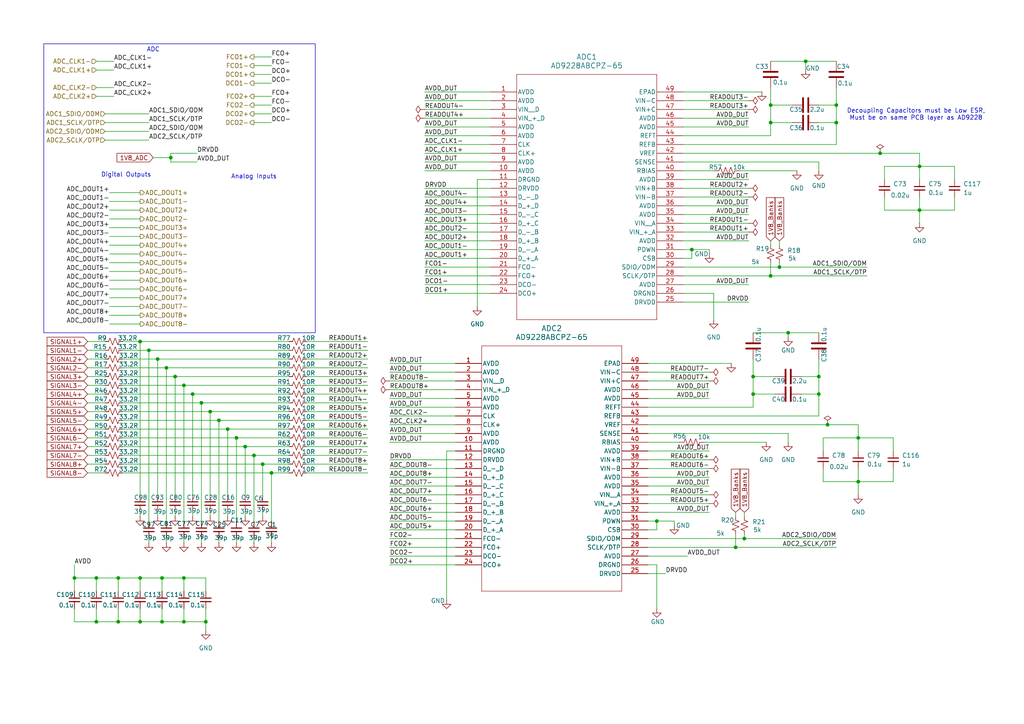
<source format=kicad_sch>
(kicad_sch (version 20231120) (generator "eeschema") (generator_version "8.0")
  (paper "A4")
  (junction (at 78.74 137.16))
  (junction (at 53.34 167.64))
  (junction (at 200.66 72.39))
  (junction (at 228.6 96.52))
  (junction (at 46.99 167.64))
  (junction (at 50.8 109.22))
  (junction (at 58.42 116.84))
  (junction (at 68.58 127))
  (junction (at 248.92 139.7))
  (junction (at 40.64 180.34))
  (junction (at 218.44 109.22))
  (junction (at 248.92 127))
  (junction (at 45.72 104.14))
  (junction (at 43.18 101.6))
  (junction (at 46.99 180.34))
  (junction (at 49.53 45.72))
  (junction (at 27.94 167.64))
  (junction (at 237.49 109.22))
  (junction (at 60.96 119.38))
  (junction (at 73.66 132.08))
  (junction (at 237.49 114.3))
  (junction (at 242.57 30.48))
  (junction (at 223.52 80.01))
  (junction (at 48.26 106.68))
  (junction (at 21.59 167.64))
  (junction (at 223.52 35.56))
  (junction (at 240.03 123.19))
  (junction (at 266.7 60.96))
  (junction (at 76.2 134.62))
  (junction (at 27.94 180.34))
  (junction (at 63.5 121.92))
  (junction (at 55.88 114.3))
  (junction (at 213.36 158.75))
  (junction (at 53.34 111.76))
  (junction (at 34.29 180.34))
  (junction (at 223.52 30.48))
  (junction (at 40.64 99.06))
  (junction (at 59.69 180.34))
  (junction (at 218.44 114.3))
  (junction (at 34.29 167.64))
  (junction (at 66.04 124.46))
  (junction (at 53.34 180.34))
  (junction (at 40.64 167.64))
  (junction (at 190.5 151.13))
  (junction (at 226.06 77.47))
  (junction (at 242.57 35.56))
  (junction (at 71.12 129.54))
  (junction (at 255.27 44.45))
  (junction (at 266.7 48.26))
  (junction (at 233.68 17.78))
  (junction (at 215.9 156.21))
  (wire (pts (xy 53.34 180.34) (xy 59.69 180.34)))
  (wire (pts (xy 31.75 68.58) (xy 40.64 68.58)))
  (wire (pts (xy 31.75 93.98) (xy 40.64 93.98)))
  (wire (pts (xy 40.64 148.59) (xy 40.64 149.86)))
  (wire (pts (xy 232.41 114.3) (xy 237.49 114.3)))
  (wire (pts (xy 256.54 48.26) (xy 266.7 48.26)))
  (wire (pts (xy 207.01 85.09) (xy 207.01 92.71)))
  (wire (pts (xy 35.56 106.68) (xy 48.26 106.68)))
  (wire (pts (xy 123.19 69.85) (xy 142.24 69.85)))
  (wire (pts (xy 123.19 39.37) (xy 142.24 39.37)))
  (wire (pts (xy 55.88 114.3) (xy 55.88 143.51)))
  (wire (pts (xy 50.8 109.22) (xy 83.82 109.22)))
  (wire (pts (xy 198.12 31.75) (xy 217.17 31.75)))
  (wire (pts (xy 259.08 127) (xy 259.08 130.81)))
  (wire (pts (xy 21.59 176.53) (xy 21.59 180.34)))
  (wire (pts (xy 35.56 129.54) (xy 71.12 129.54)))
  (wire (pts (xy 30.48 33.02) (xy 43.18 33.02)))
  (wire (pts (xy 223.52 80.01) (xy 251.46 80.01)))
  (wire (pts (xy 123.19 85.09) (xy 142.24 85.09)))
  (wire (pts (xy 88.9 106.68) (xy 106.68 106.68)))
  (wire (pts (xy 198.12 85.09) (xy 207.01 85.09)))
  (wire (pts (xy 31.75 71.12) (xy 40.64 71.12)))
  (wire (pts (xy 237.49 35.56) (xy 242.57 35.56)))
  (wire (pts (xy 60.96 119.38) (xy 83.82 119.38)))
  (wire (pts (xy 35.56 101.6) (xy 43.18 101.6)))
  (wire (pts (xy 25.4 109.22) (xy 30.48 109.22)))
  (wire (pts (xy 88.9 111.76) (xy 106.68 111.76)))
  (wire (pts (xy 237.49 104.14) (xy 237.49 109.22)))
  (wire (pts (xy 218.44 114.3) (xy 218.44 118.11)))
  (wire (pts (xy 123.19 26.67) (xy 142.24 26.67)))
  (wire (pts (xy 123.19 54.61) (xy 142.24 54.61)))
  (wire (pts (xy 21.59 167.64) (xy 21.59 171.45)))
  (wire (pts (xy 123.19 46.99) (xy 142.24 46.99)))
  (wire (pts (xy 223.52 69.85) (xy 223.52 71.12)))
  (wire (pts (xy 123.19 57.15) (xy 142.24 57.15)))
  (wire (pts (xy 35.56 134.62) (xy 76.2 134.62)))
  (wire (pts (xy 35.56 119.38) (xy 60.96 119.38)))
  (wire (pts (xy 187.96 107.95) (xy 205.74 107.95)))
  (wire (pts (xy 113.03 148.59) (xy 132.08 148.59)))
  (wire (pts (xy 187.96 161.29) (xy 199.39 161.29)))
  (wire (pts (xy 113.03 143.51) (xy 132.08 143.51)))
  (wire (pts (xy 88.9 132.08) (xy 106.68 132.08)))
  (wire (pts (xy 31.75 78.74) (xy 40.64 78.74)))
  (wire (pts (xy 30.48 35.56) (xy 43.18 35.56)))
  (wire (pts (xy 215.9 154.94) (xy 215.9 156.21)))
  (wire (pts (xy 30.48 101.6) (xy 25.4 101.6)))
  (wire (pts (xy 198.12 46.99) (xy 237.49 46.99)))
  (wire (pts (xy 59.69 180.34) (xy 59.69 176.53)))
  (wire (pts (xy 40.64 176.53) (xy 40.64 180.34)))
  (wire (pts (xy 113.03 128.27) (xy 132.08 128.27)))
  (wire (pts (xy 45.72 104.14) (xy 83.82 104.14)))
  (wire (pts (xy 49.53 46.99) (xy 57.15 46.99)))
  (wire (pts (xy 53.34 111.76) (xy 83.82 111.76)))
  (wire (pts (xy 123.19 36.83) (xy 142.24 36.83)))
  (wire (pts (xy 49.53 45.72) (xy 49.53 46.99)))
  (wire (pts (xy 113.03 146.05) (xy 132.08 146.05)))
  (wire (pts (xy 27.94 17.78) (xy 33.02 17.78)))
  (wire (pts (xy 123.19 62.23) (xy 142.24 62.23)))
  (wire (pts (xy 187.96 123.19) (xy 240.03 123.19)))
  (wire (pts (xy 232.41 109.22) (xy 237.49 109.22)))
  (wire (pts (xy 198.12 41.91) (xy 242.57 41.91)))
  (wire (pts (xy 217.17 87.63) (xy 198.12 87.63)))
  (wire (pts (xy 187.96 143.51) (xy 205.74 143.51)))
  (wire (pts (xy 35.56 116.84) (xy 58.42 116.84)))
  (wire (pts (xy 200.66 74.93) (xy 200.66 72.39)))
  (wire (pts (xy 190.5 153.67) (xy 190.5 151.13)))
  (wire (pts (xy 187.96 130.81) (xy 205.74 130.81)))
  (wire (pts (xy 198.12 62.23) (xy 217.17 62.23)))
  (wire (pts (xy 31.75 66.04) (xy 40.64 66.04)))
  (wire (pts (xy 218.44 109.22) (xy 224.79 109.22)))
  (wire (pts (xy 50.8 148.59) (xy 50.8 149.86)))
  (wire (pts (xy 237.49 46.99) (xy 237.49 49.53)))
  (wire (pts (xy 35.56 132.08) (xy 73.66 132.08)))
  (wire (pts (xy 238.76 139.7) (xy 248.92 139.7)))
  (wire (pts (xy 88.9 127) (xy 106.68 127)))
  (wire (pts (xy 187.96 128.27) (xy 196.85 128.27)))
  (wire (pts (xy 88.9 137.16) (xy 106.68 137.16)))
  (wire (pts (xy 55.88 114.3) (xy 83.82 114.3)))
  (wire (pts (xy 31.75 73.66) (xy 40.64 73.66)))
  (wire (pts (xy 27.94 176.53) (xy 27.94 180.34)))
  (wire (pts (xy 187.96 120.65) (xy 237.49 120.65)))
  (wire (pts (xy 187.96 138.43) (xy 205.74 138.43)))
  (wire (pts (xy 218.44 96.52) (xy 228.6 96.52)))
  (wire (pts (xy 76.2 134.62) (xy 83.82 134.62)))
  (wire (pts (xy 113.03 153.67) (xy 132.08 153.67)))
  (wire (pts (xy 73.66 21.59) (xy 78.74 21.59)))
  (wire (pts (xy 123.19 31.75) (xy 142.24 31.75)))
  (wire (pts (xy 73.66 27.94) (xy 78.74 27.94)))
  (wire (pts (xy 198.12 36.83) (xy 217.17 36.83)))
  (wire (pts (xy 228.6 96.52) (xy 237.49 96.52)))
  (wire (pts (xy 59.69 171.45) (xy 59.69 167.64)))
  (wire (pts (xy 27.94 180.34) (xy 34.29 180.34)))
  (wire (pts (xy 45.72 148.59) (xy 45.72 149.86)))
  (wire (pts (xy 34.29 180.34) (xy 40.64 180.34)))
  (wire (pts (xy 123.19 41.91) (xy 142.24 41.91)))
  (wire (pts (xy 113.03 123.19) (xy 132.08 123.19)))
  (wire (pts (xy 187.96 151.13) (xy 190.5 151.13)))
  (wire (pts (xy 40.64 167.64) (xy 46.99 167.64)))
  (wire (pts (xy 53.34 176.53) (xy 53.34 180.34)))
  (wire (pts (xy 266.7 60.96) (xy 266.7 57.15)))
  (wire (pts (xy 31.75 83.82) (xy 40.64 83.82)))
  (wire (pts (xy 248.92 127) (xy 259.08 127)))
  (wire (pts (xy 73.66 35.56) (xy 78.74 35.56)))
  (wire (pts (xy 31.75 60.96) (xy 40.64 60.96)))
  (wire (pts (xy 218.44 109.22) (xy 218.44 114.3)))
  (wire (pts (xy 88.9 99.06) (xy 106.68 99.06)))
  (wire (pts (xy 35.56 124.46) (xy 66.04 124.46)))
  (wire (pts (xy 256.54 60.96) (xy 266.7 60.96)))
  (wire (pts (xy 31.75 63.5) (xy 40.64 63.5)))
  (wire (pts (xy 34.29 176.53) (xy 34.29 180.34)))
  (wire (pts (xy 73.66 156.21) (xy 73.66 157.48)))
  (wire (pts (xy 187.96 158.75) (xy 213.36 158.75)))
  (wire (pts (xy 123.19 64.77) (xy 142.24 64.77)))
  (wire (pts (xy 30.48 129.54) (xy 25.4 129.54)))
  (wire (pts (xy 215.9 156.21) (xy 242.57 156.21)))
  (wire (pts (xy 113.03 158.75) (xy 132.08 158.75)))
  (wire (pts (xy 25.4 137.16) (xy 30.48 137.16)))
  (wire (pts (xy 113.03 105.41) (xy 132.08 105.41)))
  (wire (pts (xy 187.96 153.67) (xy 190.5 153.67)))
  (wire (pts (xy 198.12 77.47) (xy 226.06 77.47)))
  (wire (pts (xy 31.75 55.88) (xy 40.64 55.88)))
  (wire (pts (xy 195.58 151.13) (xy 195.58 152.4)))
  (wire (pts (xy 213.36 158.75) (xy 242.57 158.75)))
  (wire (pts (xy 123.19 80.01) (xy 142.24 80.01)))
  (wire (pts (xy 113.03 110.49) (xy 132.08 110.49)))
  (wire (pts (xy 63.5 121.92) (xy 63.5 151.13)))
  (wire (pts (xy 190.5 151.13) (xy 195.58 151.13)))
  (wire (pts (xy 266.7 48.26) (xy 276.86 48.26)))
  (wire (pts (xy 68.58 127) (xy 68.58 151.13)))
  (wire (pts (xy 40.64 99.06) (xy 83.82 99.06)))
  (wire (pts (xy 123.19 49.53) (xy 142.24 49.53)))
  (wire (pts (xy 53.34 167.64) (xy 59.69 167.64)))
  (wire (pts (xy 198.12 39.37) (xy 223.52 39.37)))
  (wire (pts (xy 129.54 130.81) (xy 129.54 173.99)))
  (wire (pts (xy 88.9 101.6) (xy 106.68 101.6)))
  (wire (pts (xy 238.76 135.89) (xy 238.76 139.7)))
  (wire (pts (xy 76.2 134.62) (xy 76.2 143.51)))
  (wire (pts (xy 46.99 167.64) (xy 46.99 171.45)))
  (wire (pts (xy 45.72 104.14) (xy 45.72 143.51)))
  (wire (pts (xy 255.27 44.45) (xy 266.7 44.45)))
  (wire (pts (xy 218.44 114.3) (xy 224.79 114.3)))
  (wire (pts (xy 25.4 104.14) (xy 30.48 104.14)))
  (wire (pts (xy 113.03 135.89) (xy 132.08 135.89)))
  (wire (pts (xy 73.66 16.51) (xy 78.74 16.51)))
  (wire (pts (xy 21.59 167.64) (xy 27.94 167.64)))
  (wire (pts (xy 76.2 148.59) (xy 76.2 149.86)))
  (wire (pts (xy 35.56 109.22) (xy 50.8 109.22)))
  (wire (pts (xy 34.29 167.64) (xy 34.29 171.45)))
  (wire (pts (xy 58.42 156.21) (xy 58.42 157.48)))
  (wire (pts (xy 123.19 74.93) (xy 142.24 74.93)))
  (wire (pts (xy 43.18 156.21) (xy 43.18 157.48)))
  (wire (pts (xy 31.75 88.9) (xy 40.64 88.9)))
  (wire (pts (xy 43.18 101.6) (xy 83.82 101.6)))
  (wire (pts (xy 242.57 30.48) (xy 242.57 35.56)))
  (wire (pts (xy 46.99 180.34) (xy 53.34 180.34)))
  (wire (pts (xy 198.12 82.55) (xy 217.17 82.55)))
  (wire (pts (xy 198.12 59.69) (xy 217.17 59.69)))
  (wire (pts (xy 25.4 106.68) (xy 30.48 106.68)))
  (wire (pts (xy 25.4 127) (xy 30.48 127)))
  (wire (pts (xy 223.52 35.56) (xy 223.52 39.37)))
  (wire (pts (xy 53.34 156.21) (xy 53.34 157.48)))
  (wire (pts (xy 35.56 104.14) (xy 45.72 104.14)))
  (wire (pts (xy 113.03 133.35) (xy 132.08 133.35)))
  (wire (pts (xy 63.5 156.21) (xy 63.5 157.48)))
  (wire (pts (xy 88.9 104.14) (xy 106.68 104.14)))
  (wire (pts (xy 88.9 121.92) (xy 106.68 121.92)))
  (wire (pts (xy 223.52 35.56) (xy 229.87 35.56)))
  (wire (pts (xy 187.96 105.41) (xy 212.09 105.41)))
  (wire (pts (xy 58.42 116.84) (xy 58.42 151.13)))
  (wire (pts (xy 123.19 44.45) (xy 142.24 44.45)))
  (wire (pts (xy 63.5 121.92) (xy 83.82 121.92)))
  (wire (pts (xy 242.57 35.56) (xy 242.57 41.91)))
  (wire (pts (xy 132.08 130.81) (xy 129.54 130.81)))
  (wire (pts (xy 35.56 121.92) (xy 63.5 121.92)))
  (wire (pts (xy 215.9 148.59) (xy 215.9 149.86)))
  (wire (pts (xy 25.4 116.84) (xy 30.48 116.84)))
  (wire (pts (xy 187.96 133.35) (xy 205.74 133.35)))
  (wire (pts (xy 256.54 57.15) (xy 256.54 60.96)))
  (wire (pts (xy 25.4 111.76) (xy 30.48 111.76)))
  (wire (pts (xy 25.4 134.62) (xy 30.48 134.62)))
  (wire (pts (xy 190.5 163.83) (xy 187.96 163.83)))
  (wire (pts (xy 49.53 45.72) (xy 49.53 44.45)))
  (wire (pts (xy 187.96 140.97) (xy 205.74 140.97)))
  (wire (pts (xy 223.52 30.48) (xy 223.52 35.56)))
  (wire (pts (xy 88.9 114.3) (xy 106.68 114.3)))
  (wire (pts (xy 58.42 116.84) (xy 83.82 116.84)))
  (wire (pts (xy 113.03 156.21) (xy 132.08 156.21)))
  (wire (pts (xy 66.04 124.46) (xy 66.04 143.51)))
  (wire (pts (xy 198.12 69.85) (xy 217.17 69.85)))
  (wire (pts (xy 55.88 148.59) (xy 55.88 149.86)))
  (wire (pts (xy 31.75 81.28) (xy 40.64 81.28)))
  (wire (pts (xy 113.03 140.97) (xy 132.08 140.97)))
  (wire (pts (xy 78.74 156.21) (xy 78.74 157.48)))
  (wire (pts (xy 123.19 67.31) (xy 142.24 67.31)))
  (wire (pts (xy 21.59 163.83) (xy 21.59 167.64)))
  (wire (pts (xy 46.99 176.53) (xy 46.99 180.34)))
  (wire (pts (xy 113.03 113.03) (xy 132.08 113.03)))
  (wire (pts (xy 71.12 129.54) (xy 83.82 129.54)))
  (wire (pts (xy 242.57 25.4) (xy 242.57 30.48)))
  (wire (pts (xy 213.36 154.94) (xy 213.36 158.75)))
  (wire (pts (xy 213.36 148.59) (xy 213.36 149.86)))
  (wire (pts (xy 71.12 129.54) (xy 71.12 143.51)))
  (wire (pts (xy 25.4 132.08) (xy 30.48 132.08)))
  (wire (pts (xy 30.48 40.64) (xy 43.18 40.64)))
  (wire (pts (xy 198.12 57.15) (xy 217.17 57.15)))
  (wire (pts (xy 259.08 135.89) (xy 259.08 139.7)))
  (wire (pts (xy 78.74 137.16) (xy 78.74 151.13)))
  (wire (pts (xy 68.58 156.21) (xy 68.58 157.48)))
  (wire (pts (xy 50.8 109.22) (xy 50.8 143.51)))
  (wire (pts (xy 200.66 72.39) (xy 205.74 72.39)))
  (wire (pts (xy 35.56 127) (xy 68.58 127)))
  (wire (pts (xy 25.4 124.46) (xy 30.48 124.46)))
  (wire (pts (xy 68.58 127) (xy 83.82 127)))
  (wire (pts (xy 88.9 124.46) (xy 106.68 124.46)))
  (wire (pts (xy 223.52 76.2) (xy 223.52 80.01)))
  (wire (pts (xy 123.19 72.39) (xy 142.24 72.39)))
  (wire (pts (xy 187.96 115.57) (xy 205.74 115.57)))
  (wire (pts (xy 198.12 49.53) (xy 207.01 49.53)))
  (wire (pts (xy 123.19 59.69) (xy 142.24 59.69)))
  (wire (pts (xy 214.63 49.53) (xy 231.14 49.53)))
  (wire (pts (xy 198.12 44.45) (xy 255.27 44.45)))
  (wire (pts (xy 123.19 34.29) (xy 142.24 34.29)))
  (wire (pts (xy 66.04 148.59) (xy 66.04 149.86)))
  (wire (pts (xy 123.19 77.47) (xy 142.24 77.47)))
  (wire (pts (xy 71.12 148.59) (xy 71.12 149.86)))
  (wire (pts (xy 113.03 125.73) (xy 132.08 125.73)))
  (wire (pts (xy 60.96 148.59) (xy 60.96 149.86)))
  (wire (pts (xy 266.7 48.26) (xy 266.7 52.07)))
  (wire (pts (xy 35.56 137.16) (xy 78.74 137.16)))
  (wire (pts (xy 237.49 30.48) (xy 242.57 30.48)))
  (wire (pts (xy 223.52 30.48) (xy 229.87 30.48)))
  (wire (pts (xy 31.75 76.2) (xy 40.64 76.2)))
  (wire (pts (xy 223.52 17.78) (xy 233.68 17.78)))
  (wire (pts (xy 198.12 74.93) (xy 200.66 74.93)))
  (wire (pts (xy 198.12 64.77) (xy 217.17 64.77)))
  (wire (pts (xy 60.96 119.38) (xy 60.96 143.51)))
  (wire (pts (xy 73.66 132.08) (xy 73.66 151.13)))
  (wire (pts (xy 31.75 91.44) (xy 40.64 91.44)))
  (wire (pts (xy 113.03 120.65) (xy 132.08 120.65)))
  (wire (pts (xy 53.34 167.64) (xy 53.34 171.45)))
  (wire (pts (xy 187.96 148.59) (xy 205.74 148.59)))
  (wire (pts (xy 113.03 107.95) (xy 132.08 107.95)))
  (wire (pts (xy 123.19 82.55) (xy 142.24 82.55)))
  (wire (pts (xy 187.96 125.73) (xy 228.6 125.73)))
  (wire (pts (xy 276.86 60.96) (xy 266.7 60.96)))
  (wire (pts (xy 266.7 60.96) (xy 266.7 64.77)))
  (wire (pts (xy 190.5 176.53) (xy 190.5 163.83)))
  (wire (pts (xy 248.92 123.19) (xy 248.92 127)))
  (wire (pts (xy 31.75 86.36) (xy 40.64 86.36)))
  (wire (pts (xy 31.75 58.42) (xy 40.64 58.42)))
  (wire (pts (xy 138.43 52.07) (xy 138.43 88.9)))
  (wire (pts (xy 40.64 167.64) (xy 40.64 171.45)))
  (wire (pts (xy 27.94 25.4) (xy 33.02 25.4)))
  (wire (pts (xy 73.66 33.02) (xy 78.74 33.02)))
  (wire (pts (xy 187.96 113.03) (xy 205.74 113.03)))
  (wire (pts (xy 198.12 34.29) (xy 217.17 34.29)))
  (wire (pts (xy 240.03 123.19) (xy 248.92 123.19)))
  (wire (pts (xy 43.18 101.6) (xy 43.18 151.13)))
  (wire (pts (xy 187.96 146.05) (xy 205.74 146.05)))
  (wire (pts (xy 123.19 29.21) (xy 142.24 29.21)))
  (wire (pts (xy 48.26 106.68) (xy 83.82 106.68)))
  (wire (pts (xy 113.03 163.83) (xy 132.08 163.83)))
  (wire (pts (xy 266.7 44.45) (xy 266.7 48.26)))
  (wire (pts (xy 27.94 171.45) (xy 27.94 167.64)))
  (wire (pts (xy 226.06 77.47) (xy 251.46 77.47)))
  (wire (pts (xy 73.66 19.05) (xy 78.74 19.05)))
  (wire (pts (xy 198.12 80.01) (xy 223.52 80.01)))
  (wire (pts (xy 25.4 114.3) (xy 30.48 114.3)))
  (wire (pts (xy 27.94 27.94) (xy 33.02 27.94)))
  (wire (pts (xy 88.9 119.38) (xy 106.68 119.38)))
  (wire (pts (xy 198.12 72.39) (xy 200.66 72.39)))
  (wire (pts (xy 238.76 127) (xy 238.76 130.81)))
  (wire (pts (xy 53.34 111.76) (xy 53.34 151.13)))
  (wire (pts (xy 113.03 115.57) (xy 132.08 115.57)))
  (wire (pts (xy 88.9 134.62) (xy 106.68 134.62)))
  (wire (pts (xy 44.45 45.72) (xy 49.53 45.72)))
  (wire (pts (xy 198.12 26.67) (xy 220.98 26.67)))
  (wire (pts (xy 223.52 25.4) (xy 223.52 30.48)))
  (wire (pts (xy 66.04 124.46) (xy 83.82 124.46)))
  (wire (pts (xy 88.9 116.84) (xy 106.68 116.84)))
  (wire (pts (xy 27.94 167.64) (xy 34.29 167.64)))
  (wire (pts (xy 198.12 67.31) (xy 217.17 67.31)))
  (wire (pts (xy 73.66 30.48) (xy 78.74 30.48)))
  (wire (pts (xy 27.94 20.32) (xy 33.02 20.32)))
  (wire (pts (xy 204.47 128.27) (xy 222.25 128.27)))
  (wire (pts (xy 113.03 151.13) (xy 132.08 151.13)))
  (wire (pts (xy 237.49 109.22) (xy 237.49 114.3)))
  (wire (pts (xy 73.66 24.13) (xy 78.74 24.13)))
  (wire (pts (xy 35.56 114.3) (xy 55.88 114.3)))
  (wire (pts (xy 193.04 166.37) (xy 187.96 166.37)))
  (wire (pts (xy 248.92 139.7) (xy 248.92 135.89)))
  (wire (pts (xy 25.4 99.06) (xy 30.48 99.06)))
  (wire (pts (xy 218.44 104.14) (xy 218.44 109.22)))
  (wire (pts (xy 248.92 139.7) (xy 248.92 143.51)))
  (wire (pts (xy 259.08 139.7) (xy 248.92 139.7)))
  (wire (pts (xy 113.03 161.29) (xy 132.08 161.29)))
  (wire (pts (xy 48.26 106.68) (xy 48.26 151.13)))
  (wire (pts (xy 48.26 156.21) (xy 48.26 157.48)))
  (wire (pts (xy 248.92 127) (xy 248.92 130.81)))
  (wire (pts (xy 228.6 97.79) (xy 228.6 96.52)))
  (wire (pts (xy 198.12 52.07) (xy 217.17 52.07)))
  (wire (pts (xy 35.56 111.76) (xy 53.34 111.76)))
  (wire (pts (xy 237.49 114.3) (xy 237.49 120.65)))
  (wire (pts (xy 46.99 167.64) (xy 53.34 167.64)))
  (wire (pts (xy 142.24 52.07) (xy 138.43 52.07)))
  (wire (pts (xy 198.12 29.21) (xy 217.17 29.21)))
  (wire (pts (xy 187.96 118.11) (xy 218.44 118.11)))
  (wire (pts (xy 233.68 17.78) (xy 242.57 17.78)))
  (wire (pts (xy 25.4 121.92) (xy 30.48 121.92)))
  (wire (pts (xy 40.64 99.06) (xy 40.64 143.51)))
  (wire (pts (xy 256.54 48.26) (xy 256.54 52.07)))
  (wire (pts (xy 25.4 119.38) (xy 30.48 119.38)))
  (wire (pts (xy 198.12 54.61) (xy 217.17 54.61)))
  (wire (pts (xy 35.56 99.06) (xy 40.64 99.06)))
  (wire (pts (xy 276.86 48.26) (xy 276.86 52.07)))
  (wire (pts (xy 88.9 129.54) (xy 106.68 129.54)))
  (wire (pts (xy 113.03 138.43) (xy 132.08 138.43)))
  (wire (pts (xy 226.06 76.2) (xy 226.06 77.47)))
  (wire (pts (xy 228.6 125.73) (xy 228.6 128.27)))
  (wire (pts (xy 49.53 44.45) (xy 57.15 44.45)))
  (wire (pts (xy 233.68 20.32) (xy 233.68 17.78)))
  (wire (pts (xy 21.59 180.34) (xy 27.94 180.34)))
  (wire (pts (xy 59.69 180.34) (xy 59.69 182.88)))
  (wire (pts (xy 40.64 180.34) (xy 46.99 180.34)))
  (wire (pts (xy 187.96 156.21) (xy 215.9 156.21)))
  (wire (pts (xy 226.06 69.85) (xy 226.06 71.12)))
  (wire (pts (xy 276.86 57.15) (xy 276.86 60.96)))
  (wire (pts (xy 205.74 72.39) (xy 205.74 73.66)))
  (wire (pts (xy 187.96 135.89) (xy 205.74 135.89)))
  (wire (pts (xy 238.76 127) (xy 248.92 127)))
  (wire (pts (xy 78.74 137.16) (xy 83.82 137.16)))
  (wire (pts (xy 30.48 38.1) (xy 43.18 38.1)))
  (wire (pts (xy 34.29 167.64) (xy 40.64 167.64)))
  (wire (pts (xy 113.03 118.11) (xy 132.08 118.11)))
  (wire (pts (xy 88.9 109.22) (xy 106.68 109.22)))
  (wire (pts (xy 73.66 132.08) (xy 83.82 132.08)))
  (wire (pts (xy 187.96 110.49) (xy 205.74 110.49)))
  (rectangle (start 12.7 12.7) (end 91.44 96.52))
  (text "ADC" (at 44.45 14.478 0) (effects (font (size 1.27 1.27))))
  (text "Decoupling Capacitors must be Low ESR,\nMust be on same PCB layer as AD9228" (at 265.684 33.274 0) (effects (font (size 1.27 1.27))))
  (text "Analog Inputs" (at 73.66 51.308 0) (effects (font (size 1.27 1.27))))
  (text "Digital Outputs" (at 36.576 50.8 0) (effects (font (size 1.27 1.27))))
  (label "AVDD_DUT" (at 113.03 105.41 0))
  (label "READOUT2-" (at 106.68 106.68 180))
  (label "AVDD_DUT" (at 217.17 69.85 180))
  (label "ADC_DOUT8+" (at 31.75 91.44 180))
  (label "ADC_DOUT2+" (at 31.75 60.96 180))
  (label "ADC_CLK2-" (at 33.02 25.4 0))
  (label "AVDD_DUT" (at 113.03 115.57 0))
  (label "ADC_DOUT1+" (at 31.75 55.88 180))
  (label "AVDD_DUT" (at 123.19 26.67 0))
  (label "READOUT1+" (at 217.17 67.31 180))
  (label "AVDD_DUT" (at 123.19 29.21 0))
  (label "DCO-" (at 78.74 24.13 0))
  (label "AVDD_DUT" (at 123.19 46.99 0))
  (label "READOUT1+" (at 106.68 99.06 180))
  (label "READOUT1-" (at 217.17 64.77 180))
  (label "ADC_DOUT4-" (at 31.75 73.66 180))
  (label "ADC_DOUT1-" (at 123.19 72.39 0))
  (label "AVDD_DUT" (at 199.39 161.29 0))
  (label "READOUT3+" (at 106.68 109.22 180))
  (label "READOUT4-" (at 106.68 116.84 180))
  (label "ADC_DOUT3+" (at 31.75 66.04 180))
  (label "ADC_DOUT4-" (at 123.19 57.15 0))
  (label "AVDD_DUT" (at 205.74 148.59 180))
  (label "READOUT8+" (at 113.03 113.03 0))
  (label "READOUT4+" (at 123.19 34.29 0))
  (label "ADC_DOUT5-" (at 113.03 151.13 0))
  (label "ADC_DOUT2-" (at 123.19 67.31 0))
  (label "ADC_CLK2-" (at 113.03 120.65 0))
  (label "AVDD_DUT" (at 205.74 140.97 180))
  (label "READOUT5+" (at 106.68 119.38 180))
  (label "ADC_DOUT6-" (at 31.75 83.82 180))
  (label "READOUT5+" (at 205.74 146.05 180))
  (label "ADC1_SCLK{slash}DTP" (at 43.18 35.56 0))
  (label "AVDD_DUT" (at 123.19 36.83 0))
  (label "ADC_DOUT5-" (at 31.75 78.74 180))
  (label "READOUT7-" (at 205.74 107.95 180))
  (label "DCO+" (at 78.74 33.02 0))
  (label "FCO1-" (at 123.19 77.47 0))
  (label "READOUT6-" (at 205.74 135.89 180))
  (label "FCO2+" (at 113.03 158.75 0))
  (label "AVDD_DUT" (at 217.17 34.29 180))
  (label "FCO1+" (at 123.19 80.01 0))
  (label "AVDD_DUT" (at 113.03 107.95 0))
  (label "ADC_DOUT1+" (at 123.19 74.93 0))
  (label "AVDD_DUT" (at 217.17 82.55 180))
  (label "AVDD_DUT" (at 217.17 59.69 180))
  (label "ADC2_SCLK{slash}DTP" (at 242.57 158.75 180))
  (label "ADC2_SCLK{slash}DTP" (at 43.18 40.64 0))
  (label "ADC_CLK1-" (at 33.02 17.78 0))
  (label "FCO2-" (at 113.03 156.21 0))
  (label "READOUT5-" (at 205.74 143.51 180))
  (label "AVDD_DUT" (at 205.74 115.57 180))
  (label "ADC_DOUT6+" (at 113.03 148.59 0))
  (label "ADC_CLK1+" (at 123.19 44.45 0))
  (label "AVDD_DUT" (at 57.15 46.99 0))
  (label "ADC2_SDIO{slash}ODM" (at 242.57 156.21 180))
  (label "ADC_DOUT3-" (at 31.75 68.58 180))
  (label "AVDD_DUT" (at 123.19 39.37 0))
  (label "DRVDD" (at 193.04 166.37 0))
  (label "READOUT7-" (at 106.68 132.08 180))
  (label "ADC_DOUT8-" (at 113.03 135.89 0))
  (label "READOUT8-" (at 106.68 137.16 180))
  (label "READOUT3-" (at 106.68 111.76 180))
  (label "ADC_DOUT7+" (at 113.03 143.51 0))
  (label "AVDD_DUT" (at 217.17 62.23 180))
  (label "AVDD_DUT" (at 205.74 130.81 180))
  (label "ADC_DOUT1-" (at 31.75 58.42 180))
  (label "FCO+" (at 78.74 27.94 0))
  (label "ADC_CLK1-" (at 123.19 41.91 0))
  (label "DCO2+" (at 113.03 163.83 0))
  (label "READOUT6+" (at 106.68 124.46 180))
  (label "READOUT6+" (at 205.74 133.35 180))
  (label "ADC1_SDIO{slash}ODM" (at 251.46 77.47 180))
  (label "DRVDD" (at 57.15 44.45 0))
  (label "DRVDD" (at 217.17 87.63 180))
  (label "AVDD_DUT" (at 217.17 52.07 180))
  (label "ADC_DOUT4+" (at 123.19 59.69 0))
  (label "AVDD" (at 21.59 163.83 0))
  (label "DCO+" (at 78.74 21.59 0))
  (label "AVDD_DUT" (at 205.74 138.43 180))
  (label "READOUT7+" (at 106.68 129.54 180))
  (label "DCO1-" (at 123.19 82.55 0))
  (label "ADC_DOUT3-" (at 123.19 62.23 0))
  (label "READOUT8+" (at 106.68 134.62 180))
  (label "ADC_CLK2+" (at 33.02 27.94 0))
  (label "DRVDD" (at 113.03 133.35 0))
  (label "DCO1+" (at 123.19 85.09 0))
  (label "DCO2-" (at 113.03 161.29 0))
  (label "ADC_DOUT6+" (at 31.75 81.28 180))
  (label "ADC_DOUT4+" (at 31.75 71.12 180))
  (label "ADC_DOUT2-" (at 31.75 63.5 180))
  (label "ADC_DOUT8-" (at 31.75 93.98 180))
  (label "AVDD_DUT" (at 217.17 36.83 180))
  (label "READOUT4+" (at 106.68 114.3 180))
  (label "READOUT4-" (at 123.19 31.75 0))
  (label "ADC_DOUT7+" (at 31.75 86.36 180))
  (label "AVDD_DUT" (at 113.03 128.27 0))
  (label "AVDD_DUT" (at 113.03 118.11 0))
  (label "READOUT1-" (at 106.68 101.6 180))
  (label "AVDD_DUT" (at 113.03 125.73 0))
  (label "READOUT2-" (at 217.17 57.15 180))
  (label "READOUT7+" (at 205.74 110.49 180))
  (label "ADC1_SDIO{slash}ODM" (at 43.18 33.02 0))
  (label "DCO-" (at 78.74 35.56 0))
  (label "READOUT3-" (at 217.17 29.21 180))
  (label "READOUT5-" (at 106.68 121.92 180))
  (label "ADC2_SDIO{slash}ODM" (at 43.18 38.1 0))
  (label "ADC_CLK1+" (at 33.02 20.32 0))
  (label "ADC_DOUT6-" (at 113.03 146.05 0))
  (label "READOUT8-" (at 113.03 110.49 0))
  (label "READOUT6-" (at 106.68 127 180))
  (label "ADC_DOUT5+" (at 113.03 153.67 0))
  (label "ADC1_SCLK{slash}DTP" (at 251.46 80.01 180))
  (label "AVDD_DUT" (at 205.74 113.03 180))
  (label "READOUT2+" (at 106.68 104.14 180))
  (label "ADC_DOUT8+" (at 113.03 138.43 0))
  (label "DRVDD" (at 123.19 54.61 0))
  (label "ADC_DOUT7-" (at 31.75 88.9 180))
  (label "ADC_DOUT3+" (at 123.19 64.77 0))
  (label "ADC_DOUT7-" (at 113.03 140.97 0))
  (label "AVDD_DUT" (at 123.19 49.53 0))
  (label "FCO-" (at 78.74 19.05 0))
  (label "READOUT3+" (at 217.17 31.75 180))
  (label "ADC_DOUT2+" (at 123.19 69.85 0))
  (label "READOUT2+" (at 217.17 54.61 180))
  (label "FCO+" (at 78.74 16.51 0))
  (label "ADC_DOUT5+" (at 31.75 76.2 180))
  (label "FCO-" (at 78.74 30.48 0))
  (label "ADC_CLK2+" (at 113.03 123.19 0))
  (global_label "1V8_Banks" (shape input) (at 215.9 148.59 90) (property "Intersheetrefs" "${INTERSHEET_REFS}" (effects (hide yes))))
  (global_label "1V8_Banks" (shape input) (at 223.52 69.85 90) (property "Intersheetrefs" "${INTERSHEET_REFS}" (effects (hide yes))))
  (global_label "SIGNAL7+" (shape input) (at 25.4 129.54 180) (property "Intersheetrefs" "${INTERSHEET_REFS}" (effects (hide yes))))
  (global_label "SIGNAL8-" (shape input) (at 25.4 137.16 180) (property "Intersheetrefs" "${INTERSHEET_REFS}" (effects (hide yes))))
  (global_label "1V8_Banks" (shape input) (at 213.36 148.59 90) (property "Intersheetrefs" "${INTERSHEET_REFS}" (effects (hide yes))))
  (global_label "SIGNAL3-" (shape input) (at 25.4 111.76 180) (property "Intersheetrefs" "${INTERSHEET_REFS}" (effects (hide yes))))
  (global_label "SIGNAL5+" (shape input) (at 25.4 119.38 180) (property "Intersheetrefs" "${INTERSHEET_REFS}" (effects (hide yes))))
  (global_label "SIGNAL8+" (shape input) (at 25.4 134.62 180) (property "Intersheetrefs" "${INTERSHEET_REFS}" (effects (hide yes))))
  (global_label "SIGNAL1+" (shape input) (at 25.4 99.06 180) (property "Intersheetrefs" "${INTERSHEET_REFS}" (effects (hide yes))))
  (global_label "SIGNAL1-" (shape input) (at 25.4 101.6 180) (property "Intersheetrefs" "${INTERSHEET_REFS}" (effects (hide yes))))
  (global_label "SIGNAL7-" (shape input) (at 25.4 132.08 180) (property "Intersheetrefs" "${INTERSHEET_REFS}" (effects (hide yes))))
  (global_label "1V8_ADC" (shape input) (at 44.45 45.72 180) (property "Intersheetrefs" "${INTERSHEET_REFS}" (effects (hide yes))))
  (global_label "SIGNAL6+" (shape input) (at 25.4 124.46 180) (property "Intersheetrefs" "${INTERSHEET_REFS}" (effects (hide yes))))
  (global_label "SIGNAL4+" (shape input) (at 25.4 114.3 180) (property "Intersheetrefs" "${INTERSHEET_REFS}" (effects (hide yes))))
  (global_label "SIGNAL6-" (shape input) (at 25.4 127 180) (property "Intersheetrefs" "${INTERSHEET_REFS}" (effects (hide yes))))
  (global_label "SIGNAL2-" (shape input) (at 25.4 106.68 180) (property "Intersheetrefs" "${INTERSHEET_REFS}" (effects (hide yes))))
  (global_label "SIGNAL3+" (shape input) (at 25.4 109.22 180) (property "Intersheetrefs" "${INTERSHEET_REFS}" (effects (hide yes))))
  (global_label "1V8_Banks" (shape input) (at 226.06 69.85 90) (property "Intersheetrefs" "${INTERSHEET_REFS}" (effects (hide yes))))
  (global_label "SIGNAL5-" (shape input) (at 25.4 121.92 180) (property "Intersheetrefs" "${INTERSHEET_REFS}" (effects (hide yes))))
  (global_label "SIGNAL2+" (shape input) (at 25.4 104.14 180) (property "Intersheetrefs" "${INTERSHEET_REFS}" (effects (hide yes))))
  (global_label "SIGNAL4-" (shape input) (at 25.4 116.84 180) (property "Intersheetrefs" "${INTERSHEET_REFS}" (effects (hide yes))))
  (hierarchical_label "ADC1_SCLK{slash}DTP" (shape input) (at 30.48 35.56 180))
  (hierarchical_label "ADC_CLK1+" (shape input) (at 27.94 20.32 180))
  (hierarchical_label "ADC_DOUT6-" (shape output) (at 40.64 83.82 0))
  (hierarchical_label "FCO2-" (shape output) (at 73.66 30.48 180))
  (hierarchical_label "FCO2+" (shape output) (at 73.66 27.94 180))
  (hierarchical_label "ADC_DOUT5+" (shape output) (at 40.64 76.2 0))
  (hierarchical_label "ADC_DOUT3+" (shape output) (at 40.64 66.04 0))
  (hierarchical_label "ADC_DOUT2-" (shape output) (at 40.64 63.5 0))
  (hierarchical_label "ADC_CLK1-" (shape input) (at 27.94 17.78 180))
  (hierarchical_label "ADC_DOUT8+" (shape output) (at 40.64 91.44 0))
  (hierarchical_label "ADC_DOUT6+" (shape output) (at 40.64 81.28 0))
  (hierarchical_label "ADC_DOUT4-" (shape output) (at 40.64 73.66 0))
  (hierarchical_label "DCO2+" (shape output) (at 73.66 33.02 180))
  (hierarchical_label "ADC_DOUT2+" (shape output) (at 40.64 60.96 0))
  (hierarchical_label "ADC_DOUT5-" (shape output) (at 40.64 78.74 0))
  (hierarchical_label "DCO2-" (shape output) (at 73.66 35.56 180))
  (hierarchical_label "ADC_DOUT7+" (shape output) (at 40.64 86.36 0))
  (hierarchical_label "ADC2_SDIO{slash}ODM" (shape input) (at 30.48 38.1 180))
  (hierarchical_label "ADC_DOUT1+" (shape output) (at 40.64 55.88 0))
  (hierarchical_label "FCO1+" (shape output) (at 73.66 16.51 180))
  (hierarchical_label "ADC_CLK2+" (shape input) (at 27.94 27.94 180))
  (hierarchical_label "ADC_DOUT8-" (shape output) (at 40.64 93.98 0))
  (hierarchical_label "DCO1-" (shape output) (at 73.66 24.13 180))
  (hierarchical_label "DCO1+" (shape output) (at 73.66 21.59 180))
  (hierarchical_label "ADC1_SDIO{slash}ODM" (shape input) (at 30.48 33.02 180))
  (hierarchical_label "ADC_DOUT4+" (shape output) (at 40.64 71.12 0))
  (hierarchical_label "ADC_DOUT7-" (shape output) (at 40.64 88.9 0))
  (hierarchical_label "ADC2_SCLK{slash}DTP" (shape input) (at 30.48 40.64 180))
  (hierarchical_label "ADC_CLK2-" (shape input) (at 27.94 25.4 180))
  (hierarchical_label "FCO1-" (shape output) (at 73.66 19.05 180))
  (hierarchical_label "ADC_DOUT3-" (shape output) (at 40.64 68.58 0))
  (hierarchical_label "ADC_DOUT1-" (shape output) (at 40.64 58.42 0))
  (symbol (lib_id "Device:R_Small_US") (at 86.36 124.46 90) (unit 1)
    (property "Reference" "R97" (at 84.328 123.444 90) (effects (justify left)))
    (property "Value" "10R" (at 91.44 123.444 90) (effects (justify left)))
    (property "Footprint" "Resistor_SMD:R_0603_1608Metric" (effects (hide yes)))
    (property "Description" "Resistor, small US symbol" (effects (hide yes)))
  )
  (symbol (lib_id "power:GND") (at 55.88 149.86 0) (unit 1)
    (property "Reference" "#PWR057" (effects (hide yes)))
    (property "Value" "GND" (effects (hide yes)))
    (property "Description" "Power symbol creates a global label with name \"GND\" , ground" (effects (hide yes)))
  )
  (symbol (lib_id "power:GND") (at 207.01 92.71 0) (unit 1)
    (property "Reference" "#PWR020" (effects (hide yes)))
    (property "Value" "GND" (at 207.01 97.79 0))
    (property "Description" "Power symbol creates a global label with name \"GND\" , ground" (effects (hide yes)))
  )
  (symbol (lib_id "Device:R_Small_US") (at 33.02 99.06 90) (unit 1)
    (property "Reference" "R9" (at 30.988 98.044 90) (effects (justify left)))
    (property "Value" "33.2R" (at 39.878 98.044 90) (effects (justify left)))
    (property "Footprint" "Resistor_SMD:R_0603_1608Metric" (effects (hide yes)))
    (property "Description" "Resistor, small US symbol" (effects (hide yes)))
  )
  (symbol (lib_id "Device:R_Small_US") (at 33.02 114.3 90) (unit 1)
    (property "Reference" "R46" (at 31.242 113.284 90) (effects (justify left)))
    (property "Value" "33.2R" (at 40.132 113.284 90) (effects (justify left)))
    (property "Footprint" "Resistor_SMD:R_0603_1608Metric" (effects (hide yes)))
    (property "Description" "Resistor, small US symbol" (effects (hide yes)))
  )
  (symbol (lib_id "Device:C_Small") (at 40.64 146.05 0) (unit 1)
    (property "Reference" "C98" (at 38.862 144.272 0) (effects (justify left)))
    (property "Value" "39p" (at 38.862 148.336 0) (effects (justify left)))
    (property "Footprint" "Capacitor_SMD:C_0603_1608Metric" (effects (hide yes)))
    (property "Description" "Unpolarized capacitor, small symbol" (effects (hide yes)))
  )
  (symbol (lib_id "Device:R_Small_US") (at 33.02 111.76 90) (unit 1)
    (property "Reference" "R30" (at 31.242 110.744 90) (effects (justify left)))
    (property "Value" "33.2R" (at 40.132 110.744 90) (effects (justify left)))
    (property "Footprint" "Resistor_SMD:R_0603_1608Metric" (effects (hide yes)))
    (property "Description" "Resistor, small US symbol" (effects (hide yes)))
  )
  (symbol (lib_id "Device:C_Small") (at 73.66 153.67 0) (unit 1)
    (property "Reference" "C7" (at 72.644 152.146 0) (effects (justify left)))
    (property "Value" "39p" (at 72.136 155.956 0) (effects (justify left)))
    (property "Footprint" "Capacitor_SMD:C_0603_1608Metric" (effects (hide yes)))
    (property "Description" "Unpolarized capacitor, small symbol" (effects (hide yes)))
  )
  (symbol (lib_id "power:GND") (at 76.2 149.86 0) (unit 1)
    (property "Reference" "#PWR07" (effects (hide yes)))
    (property "Value" "GND" (effects (hide yes)))
    (property "Description" "Power symbol creates a global label with name \"GND\" , ground" (effects (hide yes)))
  )
  (symbol (lib_id "power:GND") (at 40.64 149.86 0) (unit 1)
    (property "Reference" "#PWR090" (effects (hide yes)))
    (property "Value" "GND" (effects (hide yes)))
    (property "Description" "Power symbol creates a global label with name \"GND\" , ground" (effects (hide yes)))
  )
  (symbol (lib_id "power:GND") (at 138.43 88.9 0) (unit 1)
    (property "Reference" "#PWR023" (effects (hide yes)))
    (property "Value" "GND" (at 138.43 93.98 0))
    (property "Description" "Power symbol creates a global label with name \"GND\" , ground" (effects (hide yes)))
  )
  (symbol (lib_id "power:GND") (at 228.6 97.79 0) (unit 1)
    (property "Reference" "#PWR0162" (effects (hide yes)))
    (property "Value" "GND" (at 228.6 101.6 0))
    (property "Description" "Power symbol creates a global label with name \"GND\" , ground" (effects (hide yes)))
  )
  (symbol (lib_id "Device:R_Small_US") (at 33.02 116.84 90) (unit 1)
    (property "Reference" "R47" (at 31.242 115.824 90) (effects (justify left)))
    (property "Value" "33.2R" (at 40.132 115.824 90) (effects (justify left)))
    (property "Footprint" "Resistor_SMD:R_0603_1608Metric" (effects (hide yes)))
    (property "Description" "Resistor, small US symbol" (effects (hide yes)))
  )
  (symbol (lib_id "Device:R_Small_US") (at 86.36 101.6 90) (unit 1)
    (property "Reference" "R80" (at 84.328 100.584 90) (effects (justify left)))
    (property "Value" "10R" (at 91.44 100.584 90) (effects (justify left)))
    (property "Footprint" "Resistor_SMD:R_0603_1608Metric" (effects (hide yes)))
    (property "Description" "Resistor, small US symbol" (effects (hide yes)))
  )
  (symbol (lib_id "power:PWR_FLAG") (at 113.03 113.03 90) (unit 1)
    (property "Reference" "#FLG04" (effects (hide yes)))
    (property "Value" "PWR_FLAG" (effects (hide yes)))
    (property "Description" "Special symbol for telling ERC where power comes from" (effects (hide yes)))
  )
  (symbol (lib_id "power:GND") (at 73.66 157.48 0) (unit 1)
    (property "Reference" "#PWR022" (effects (hide yes)))
    (property "Value" "GND" (effects (hide yes)))
    (property "Description" "Power symbol creates a global label with name \"GND\" , ground" (effects (hide yes)))
  )
  (symbol (lib_id "power:PWR_FLAG") (at 217.17 31.75 270) (unit 1)
    (property "Reference" "#FLG015" (effects (hide yes)))
    (property "Value" "PWR_FLAG" (effects (hide yes)))
    (property "Description" "Special symbol for telling ERC where power comes from" (effects (hide yes)))
  )
  (symbol (lib_id "Device:C_Small") (at 40.64 173.99 0) (unit 1)
    (property "Reference" "C112" (at 35.306 172.466 0) (effects (justify left)))
    (property "Value" "0.1u" (at 36.068 175.514 0) (effects (justify left)))
    (property "Footprint" "Capacitor_SMD:C_0603_1608Metric" (effects (hide yes)))
    (property "Description" "Unpolarized capacitor, small symbol" (effects (hide yes)))
  )
  (symbol (lib_id "power:GND") (at 195.58 152.4 0) (unit 1)
    (property "Reference" "#PWR01" (effects (hide yes)))
    (property "Value" "GND" (at 198.12 152.4 0))
    (property "Description" "Power symbol creates a global label with name \"GND\" , ground" (effects (hide yes)))
  )
  (symbol (lib_id "power:GND") (at 60.96 149.86 0) (unit 1)
    (property "Reference" "#PWR055" (effects (hide yes)))
    (property "Value" "GND" (effects (hide yes)))
    (property "Description" "Power symbol creates a global label with name \"GND\" , ground" (effects (hide yes)))
  )
  (symbol (lib_id "Device:C_Small") (at 71.12 146.05 0) (unit 1)
    (property "Reference" "C9" (at 69.85 144.272 0) (effects (justify left)))
    (property "Value" "39p" (at 69.596 148.336 0) (effects (justify left)))
    (property "Footprint" "Capacitor_SMD:C_0603_1608Metric" (effects (hide yes)))
    (property "Description" "Unpolarized capacitor, small symbol" (effects (hide yes)))
  )
  (symbol (lib_id "Device:R_Small_US") (at 33.02 134.62 90) (unit 1)
    (property "Reference" "R54" (at 31.242 133.604 90) (effects (justify left)))
    (property "Value" "33.2R" (at 40.132 133.604 90) (effects (justify left)))
    (property "Footprint" "Resistor_SMD:R_0603_1608Metric" (effects (hide yes)))
    (property "Description" "Resistor, small US symbol" (effects (hide yes)))
  )
  (symbol (lib_id "Device:R_Small_US") (at 33.02 129.54 90) (unit 1)
    (property "Reference" "R52" (at 31.242 128.524 90) (effects (justify left)))
    (property "Value" "33.2R" (at 40.132 128.524 90) (effects (justify left)))
    (property "Footprint" "Resistor_SMD:R_0603_1608Metric" (effects (hide yes)))
    (property "Description" "Resistor, small US symbol" (effects (hide yes)))
  )
  (symbol (lib_id "Device:R_Small_US") (at 223.52 73.66 0) (unit 1)
    (property "Reference" "R19" (at 219.202 72.136 0) (effects (justify left)))
    (property "Value" "5k" (at 217.932 75.946 0) (effects (justify left)))
    (property "Footprint" "Resistor_SMD:R_0603_1608Metric" (effects (hide yes)))
    (property "Description" "Resistor, small US symbol" (effects (hide yes)))
  )
  (symbol (lib_id "Device:R_Small_US") (at 33.02 104.14 90) (unit 1)
    (property "Reference" "R16" (at 31.242 103.124 90) (effects (justify left)))
    (property "Value" "33.2R" (at 40.132 103.124 90) (effects (justify left)))
    (property "Footprint" "Resistor_SMD:R_0603_1608Metric" (effects (hide yes)))
    (property "Description" "Resistor, small US symbol" (effects (hide yes)))
  )
  (symbol (lib_id "power:PWR_FLAG") (at 255.27 44.45 0) (unit 1)
    (property "Reference" "#FLG020" (effects (hide yes)))
    (property "Value" "PWR_FLAG" (effects (hide yes)))
    (property "Description" "Special symbol for telling ERC where power comes from" (effects (hide yes)))
  )
  (symbol (lib_id "power:GND") (at 231.14 49.53 0) (unit 1)
    (property "Reference" "#PWR025" (effects (hide yes)))
    (property "Value" "GND" (at 231.14 54.61 0))
    (property "Description" "Power symbol creates a global label with name \"GND\" , ground" (effects (hide yes)))
  )
  (symbol (lib_id "power:GND") (at 71.12 149.86 0) (unit 1)
    (property "Reference" "#PWR026" (effects (hide yes)))
    (property "Value" "GND" (effects (hide yes)))
    (property "Description" "Power symbol creates a global label with name \"GND\" , ground" (effects (hide yes)))
  )
  (symbol (lib_id "power:PWR_FLAG") (at 113.03 110.49 90) (unit 1)
    (property "Reference" "#FLG03" (effects (hide yes)))
    (property "Value" "PWR_FLAG" (effects (hide yes)))
    (property "Description" "Special symbol for telling ERC where power comes from" (effects (hide yes)))
  )
  (symbol (lib_id "Device:R_Small_US") (at 226.06 73.66 0) (unit 1)
    (property "Reference" "R18" (at 228.346 72.644 0) (effects (justify left)))
    (property "Value" "5k" (at 228.6 74.9299 0) (effects (justify left)))
    (property "Footprint" "Resistor_SMD:R_0603_1608Metric" (effects (hide yes)))
    (property "Description" "Resistor, small US symbol" (effects (hide yes)))
  )
  (symbol (lib_id "Device:R_Small_US") (at 86.36 99.06 90) (unit 1)
    (property "Reference" "R77" (at 84.328 98.044 90) (effects (justify left)))
    (property "Value" "10R" (at 91.44 98.044 90) (effects (justify left)))
    (property "Footprint" "Resistor_SMD:R_0603_1608Metric" (effects (hide yes)))
    (property "Description" "Resistor, small US symbol" (effects (hide yes)))
  )
  (symbol (lib_id "Device:R_Small_US") (at 213.36 152.4 0) (unit 1)
    (property "Reference" "R20" (at 209.042 150.876 0) (effects (justify left)))
    (property "Value" "5k" (at 207.772 154.686 0) (effects (justify left)))
    (property "Footprint" "Resistor_SMD:R_0603_1608Metric" (effects (hide yes)))
    (property "Description" "Resistor, small US symbol" (effects (hide yes)))
  )
  (symbol (lib_id "Device:R_Small_US") (at 33.02 106.68 90) (unit 1)
    (property "Reference" "R17" (at 31.242 105.664 90) (effects (justify left)))
    (property "Value" "33.2R" (at 40.132 105.664 90) (effects (justify left)))
    (property "Footprint" "Resistor_SMD:R_0603_1608Metric" (effects (hide yes)))
    (property "Description" "Resistor, small US symbol" (effects (hide yes)))
  )
  (symbol (lib_id "Device:R_Small_US") (at 86.36 114.3 90) (unit 1)
    (property "Reference" "R92" (at 84.328 113.284 90) (effects (justify left)))
    (property "Value" "10R" (at 91.44 113.284 90) (effects (justify left)))
    (property "Footprint" "Resistor_SMD:R_0603_1608Metric" (effects (hide yes)))
    (property "Description" "Resistor, small US symbol" (effects (hide yes)))
  )
  (symbol (lib_id "Device:C") (at 228.6 109.22 90) (unit 1)
    (property "Reference" "C39" (at 225.806 110.49 90))
    (property "Value" "2.2u" (at 231.902 110.49 90))
    (property "Footprint" "Capacitor_SMD:C_0603_1608Metric" (effects (hide yes)))
    (property "Description" "Unpolarized capacitor" (effects (hide yes)))
  )
  (symbol (lib_id "power:GND") (at 50.8 149.86 0) (unit 1)
    (property "Reference" "#PWR062" (effects (hide yes)))
    (property "Value" "GND" (effects (hide yes)))
    (property "Description" "Power symbol creates a global label with name \"GND\" , ground" (effects (hide yes)))
  )
  (symbol (lib_id "power:GND") (at 78.74 157.48 0) (unit 1)
    (property "Reference" "#PWR06" (effects (hide yes)))
    (property "Value" "GND" (effects (hide yes)))
    (property "Description" "Power symbol creates a global label with name \"GND\" , ground" (effects (hide yes)))
  )
  (symbol (lib_id "Device:C") (at 218.44 100.33 180) (unit 1)
    (property "Reference" "C37" (at 219.964 103.124 90))
    (property "Value" "0.1u" (at 219.964 97.028 90))
    (property "Footprint" "Capacitor_SMD:C_0603_1608Metric" (effects (hide yes)))
    (property "Description" "Unpolarized capacitor" (effects (hide yes)))
  )
  (symbol (lib_id "Device:R_Small_US") (at 33.02 121.92 90) (unit 1)
    (property "Reference" "R49" (at 31.242 120.904 90) (effects (justify left)))
    (property "Value" "33.2R" (at 40.132 120.904 90) (effects (justify left)))
    (property "Footprint" "Resistor_SMD:R_0603_1608Metric" (effects (hide yes)))
    (property "Description" "Resistor, small US symbol" (effects (hide yes)))
  )
  (symbol (lib_id "power:GND") (at 222.25 128.27 0) (unit 1)
    (property "Reference" "#PWR0164" (effects (hide yes)))
    (property "Value" "GND" (at 222.25 133.35 0))
    (property "Description" "Power symbol creates a global label with name \"GND\" , ground" (effects (hide yes)))
  )
  (symbol (lib_id "power:GND") (at 43.18 157.48 0) (unit 1)
    (property "Reference" "#PWR087" (effects (hide yes)))
    (property "Value" "GND" (effects (hide yes)))
    (property "Description" "Power symbol creates a global label with name \"GND\" , ground" (effects (hide yes)))
  )
  (symbol (lib_id "Device:C") (at 223.52 21.59 180) (unit 1)
    (property "Reference" "C33" (at 220.98 19.304 0))
    (property "Value" "0.1u" (at 226.314 23.876 0))
    (property "Footprint" "Capacitor_SMD:C_0603_1608Metric" (effects (hide yes)))
    (property "Description" "Unpolarized capacitor" (effects (hide yes)))
  )
  (symbol (lib_id "Device:C_Small") (at 266.7 54.61 0) (unit 1)
    (property "Reference" "C75" (at 269.24 53.3462 0) (effects (justify left)))
    (property "Value" "0.1u" (at 269.24 55.8862 0) (effects (justify left)))
    (property "Footprint" "Capacitor_SMD:C_0603_1608Metric" (effects (hide yes)))
    (property "Description" "Unpolarized capacitor, small symbol" (effects (hide yes)))
  )
  (symbol (lib_id "power:GND") (at 48.26 157.48 0) (unit 1)
    (property "Reference" "#PWR068" (effects (hide yes)))
    (property "Value" "GND" (effects (hide yes)))
    (property "Description" "Power symbol creates a global label with name \"GND\" , ground" (effects (hide yes)))
  )
  (symbol (lib_id "Device:C_Small") (at 59.69 173.99 0) (unit 1)
    (property "Reference" "C115" (at 54.356 172.466 0) (effects (justify left)))
    (property "Value" "0.1u" (at 55.118 175.514 0) (effects (justify left)))
    (property "Footprint" "Capacitor_SMD:C_0603_1608Metric" (effects (hide yes)))
    (property "Description" "Unpolarized capacitor, small symbol" (effects (hide yes)))
  )
  (symbol (lib_id "Device:C") (at 242.57 21.59 180) (unit 1)
    (property "Reference" "C34" (at 244.602 19.304 0))
    (property "Value" "0.1u" (at 245.11 24.13 0))
    (property "Footprint" "Capacitor_SMD:C_0603_1608Metric" (effects (hide yes)))
    (property "Description" "Unpolarized capacitor" (effects (hide yes)))
  )
  (symbol (lib_id "Device:R_Small_US") (at 33.02 132.08 90) (unit 1)
    (property "Reference" "R53" (at 31.242 131.064 90) (effects (justify left)))
    (property "Value" "33.2R" (at 40.132 131.064 90) (effects (justify left)))
    (property "Footprint" "Resistor_SMD:R_0603_1608Metric" (effects (hide yes)))
    (property "Description" "Resistor, small US symbol" (effects (hide yes)))
  )
  (symbol (lib_id "Device:R_Small_US") (at 215.9 152.4 0) (unit 1)
    (property "Reference" "R21" (at 218.186 151.384 0) (effects (justify left)))
    (property "Value" "5k" (at 218.44 153.6699 0) (effects (justify left)))
    (property "Footprint" "Resistor_SMD:R_0603_1608Metric" (effects (hide yes)))
    (property "Description" "Resistor, small US symbol" (effects (hide yes)))
  )
  (symbol (lib_id "power:PWR_FLAG") (at 123.19 34.29 90) (unit 1)
    (property "Reference" "#FLG013" (effects (hide yes)))
    (property "Value" "PWR_FLAG" (effects (hide yes)))
    (property "Description" "Special symbol for telling ERC where power comes from" (effects (hide yes)))
  )
  (symbol (lib_id "Device:R_Small_US") (at 86.36 137.16 90) (unit 1)
    (property "Reference" "R99" (at 84.328 136.144 90) (effects (justify left)))
    (property "Value" "10R" (at 91.44 136.144 90) (effects (justify left)))
    (property "Footprint" "Resistor_SMD:R_0603_1608Metric" (effects (hide yes)))
    (property "Description" "Resistor, small US symbol" (effects (hide yes)))
  )
  (symbol (lib_id "power:GND") (at 237.49 49.53 0) (unit 1)
    (property "Reference" "#PWR027" (effects (hide yes)))
    (property "Value" "GND" (at 237.49 53.848 0))
    (property "Description" "Power symbol creates a global label with name \"GND\" , ground" (effects (hide yes)))
  )
  (symbol (lib_id "Device:C_Small") (at 58.42 153.67 0) (unit 1)
    (property "Reference" "C74" (at 56.642 151.892 0) (effects (justify left)))
    (property "Value" "39p" (at 56.642 155.702 0) (effects (justify left)))
    (property "Footprint" "Capacitor_SMD:C_0603_1608Metric" (effects (hide yes)))
    (property "Description" "Unpolarized capacitor, small symbol" (effects (hide yes)))
  )
  (symbol (lib_id "power:GND") (at 233.68 20.32 0) (unit 1)
    (property "Reference" "#PWR0159" (effects (hide yes)))
    (property "Value" "GND" (at 235.712 19.812 0))
    (property "Description" "Power symbol creates a global label with name \"GND\" , ground" (effects (hide yes)))
  )
  (symbol (lib_id "Device:R_Small_US") (at 33.02 127 90) (unit 1)
    (property "Reference" "R51" (at 31.242 125.984 90) (effects (justify left)))
    (property "Value" "33.2R" (at 40.132 125.984 90) (effects (justify left)))
    (property "Footprint" "Resistor_SMD:R_0603_1608Metric" (effects (hide yes)))
    (property "Description" "Resistor, small US symbol" (effects (hide yes)))
  )
  (symbol (lib_id "Device:C_Small") (at 48.26 153.67 0) (unit 1)
    (property "Reference" "C81" (at 46.228 151.892 0) (effects (justify left)))
    (property "Value" "39p" (at 46.736 155.956 0) (effects (justify left)))
    (property "Footprint" "Capacitor_SMD:C_0603_1608Metric" (effects (hide yes)))
    (property "Description" "Unpolarized capacitor, small symbol" (effects (hide yes)))
  )
  (symbol (lib_id "Device:R_US") (at 200.66 128.27 90) (unit 1)
    (property "Reference" "R56" (at 197.104 126.492 90))
    (property "Value" "10k" (at 204.216 126.746 90))
    (property "Footprint" "Resistor_SMD:R_0603_1608Metric" (effects (hide yes)))
    (property "Description" "Resistor, US symbol" (effects (hide yes)))
  )
  (symbol (lib_id "power:PWR_FLAG") (at 205.74 107.95 270) (unit 1)
    (property "Reference" "#FLG05" (effects (hide yes)))
    (property "Value" "PWR_FLAG" (effects (hide yes)))
    (property "Description" "Special symbol for telling ERC where power comes from" (effects (hide yes)))
  )
  (symbol (lib_id "power:PWR_FLAG") (at 205.74 146.05 270) (unit 1)
    (property "Reference" "#FLG011" (effects (hide yes)))
    (property "Value" "PWR_FLAG" (effects (hide yes)))
    (property "Description" "Special symbol for telling ERC where power comes from" (effects (hide yes)))
  )
  (symbol (lib_id "Device:C_Small") (at 63.5 153.67 0) (unit 1)
    (property "Reference" "C25" (at 61.722 152.146 0) (effects (justify left)))
    (property "Value" "39p" (at 62.23 155.956 0) (effects (justify left)))
    (property "Footprint" "Capacitor_SMD:C_0603_1608Metric" (effects (hide yes)))
    (property "Description" "Unpolarized capacitor, small symbol" (effects (hide yes)))
  )
  (symbol (lib_id "power:PWR_FLAG") (at 205.74 110.49 270) (unit 1)
    (property "Reference" "#FLG07" (effects (hide yes)))
    (property "Value" "PWR_FLAG" (effects (hide yes)))
    (property "Description" "Special symbol for telling ERC where power comes from" (effects (hide yes)))
  )
  (symbol (lib_id "power:GND") (at 190.5 176.53 0) (unit 1)
    (property "Reference" "#PWR036" (effects (hide yes)))
    (property "Value" "GND" (at 190.754 180.34 0))
    (property "Description" "Power symbol creates a global label with name \"GND\" , ground" (effects (hide yes)))
  )
  (symbol (lib_id "Device:R_Small_US") (at 86.36 132.08 90) (unit 1)
    (property "Reference" "R64" (at 84.328 131.064 90) (effects (justify left)))
    (property "Value" "10R" (at 91.44 131.064 90) (effects (justify left)))
    (property "Footprint" "Resistor_SMD:R_0603_1608Metric" (effects (hide yes)))
    (property "Description" "Resistor, small US symbol" (effects (hide yes)))
  )
  (symbol (lib_id "Device:C_Small") (at 68.58 153.67 0) (unit 1)
    (property "Reference" "C11" (at 66.802 150.876 0) (effects (justify left)))
    (property "Value" "39p" (at 67.056 155.956 0) (effects (justify left)))
    (property "Footprint" "Capacitor_SMD:C_0603_1608Metric" (effects (hide yes)))
    (property "Description" "Unpolarized capacitor, small symbol" (effects (hide yes)))
  )
  (symbol (lib_id "power:PWR_FLAG") (at 217.17 57.15 270) (unit 1)
    (property "Reference" "#FLG017" (effects (hide yes)))
    (property "Value" "PWR_FLAG" (effects (hide yes)))
    (property "Description" "Special symbol for telling ERC where power comes from" (effects (hide yes)))
  )
  (symbol (lib_id "Device:R_Small_US") (at 33.02 137.16 90) (unit 1)
    (property "Reference" "R72" (at 31.242 136.144 90) (effects (justify left)))
    (property "Value" "33.2R" (at 40.132 136.144 90) (effects (justify left)))
    (property "Footprint" "Resistor_SMD:R_0603_1608Metric" (effects (hide yes)))
    (property "Description" "Resistor, small US symbol" (effects (hide yes)))
  )
  (symbol (lib_id "power:GND") (at 220.98 26.67 0) (unit 1)
    (property "Reference" "#PWR0160" (effects (hide yes)))
    (property "Value" "GND" (effects (hide yes)))
    (property "Description" "Power symbol creates a global label with name \"GND\" , ground" (effects (hide yes)))
  )
  (symbol (lib_id "Device:R_Small_US") (at 86.36 127 90) (unit 1)
    (property "Reference" "R62" (at 84.328 125.984 90) (effects (justify left)))
    (property "Value" "10R" (at 91.44 125.984 90) (effects (justify left)))
    (property "Footprint" "Resistor_SMD:R_0603_1608Metric" (effects (hide yes)))
    (property "Description" "Resistor, small US symbol" (effects (hide yes)))
  )
  (symbol (lib_id "power:GND") (at 63.5 157.48 0) (unit 1)
    (property "Reference" "#PWR054" (effects (hide yes)))
    (property "Value" "GND" (effects (hide yes)))
    (property "Description" "Power symbol creates a global label with name \"GND\" , ground" (effects (hide yes)))
  )
  (symbol (lib_id "power:PWR_FLAG") (at 205.74 133.35 270) (unit 1)
    (property "Reference" "#FLG08" (effects (hide yes)))
    (property "Value" "PWR_FLAG" (effects (hide yes)))
    (property "Description" "Special symbol for telling ERC where power comes from" (effects (hide yes)))
  )
  (symbol (lib_id "power:PWR_FLAG") (at 123.19 31.75 90) (unit 1)
    (property "Reference" "#FLG012" (effects (hide yes)))
    (property "Value" "PWR_FLAG" (effects (hide yes)))
    (property "Description" "Special symbol for telling ERC where power comes from" (effects (hide yes)))
  )
  (symbol (lib_id "Device:C_Small") (at 60.96 146.05 0) (unit 1)
    (property "Reference" "C28" (at 59.182 144.272 0) (effects (justify left)))
    (property "Value" "39p" (at 59.182 148.082 0) (effects (justify left)))
    (property "Footprint" "Capacitor_SMD:C_0603_1608Metric" (effects (hide yes)))
    (property "Description" "Unpolarized capacitor, small symbol" (effects (hide yes)))
  )
  (symbol (lib_id "PSEC5_ctrlbd:AD9228ABCPZ-65") (at 132.08 105.41 0) (unit 1)
    (property "Reference" "ADC2" (at 160.02 95.25 0) (effects (font (size 1.524 1.524))))
    (property "Value" "AD9228ABCPZ-65" (at 160.02 97.79 0) (effects (font (size 1.524 1.524))))
    (property "Footprint" "AD9228ABCPZ_65:CP_48_8_ADI" (effects (hide yes)))
    (property "Datasheet" "AD9228ABCPZ-65" (effects (hide yes)))
  )
  (symbol (lib_id "Device:C_Small") (at 248.92 133.35 0) (unit 1)
    (property "Reference" "C79" (at 251.46 132.0862 0) (effects (justify left)))
    (property "Value" "0.1u" (at 251.46 134.6262 0) (effects (justify left)))
    (property "Footprint" "Capacitor_SMD:C_0603_1608Metric" (effects (hide yes)))
    (property "Description" "Unpolarized capacitor, small symbol" (effects (hide yes)))
  )
  (symbol (lib_id "Device:C_Small") (at 276.86 54.61 0) (unit 1)
    (property "Reference" "C117" (at 279.4 53.3462 0) (effects (justify left)))
    (property "Value" "1u" (at 279.4 55.8862 0) (effects (justify left)))
    (property "Footprint" "Capacitor_SMD:C_0603_1608Metric" (effects (hide yes)))
    (property "Description" "Unpolarized capacitor, small symbol" (effects (hide yes)))
  )
  (symbol (lib_id "Device:R_US") (at 210.82 49.53 90) (unit 1)
    (property "Reference" "R57" (at 207.518 48.514 90))
    (property "Value" "10k" (at 214.376 48.514 90))
    (property "Footprint" "Resistor_SMD:R_0603_1608Metric" (effects (hide yes)))
    (property "Description" "Resistor, US symbol" (effects (hide yes)))
  )
  (symbol (lib_id "Device:C_Small") (at 53.34 173.99 0) (unit 1)
    (property "Reference" "C114" (at 48.006 172.466 0) (effects (justify left)))
    (property "Value" "0.1u" (at 48.768 175.514 0) (effects (justify left)))
    (property "Footprint" "Capacitor_SMD:C_0603_1608Metric" (effects (hide yes)))
    (property "Description" "Unpolarized capacitor, small symbol" (effects (hide yes)))
  )
  (symbol (lib_id "Device:C") (at 233.68 35.56 90) (unit 1)
    (property "Reference" "C36" (at 230.886 37.084 90))
    (property "Value" "0.1u" (at 236.982 37.084 90))
    (property "Footprint" "Capacitor_SMD:C_0603_1608Metric" (effects (hide yes)))
    (property "Description" "Unpolarized capacitor" (effects (hide yes)))
  )
  (symbol (lib_id "Device:C_Small") (at 55.88 146.05 0) (unit 1)
    (property "Reference" "C76" (at 54.102 144.272 0) (effects (justify left)))
    (property "Value" "39p" (at 54.356 148.082 0) (effects (justify left)))
    (property "Footprint" "Capacitor_SMD:C_0603_1608Metric" (effects (hide yes)))
    (property "Description" "Unpolarized capacitor, small symbol" (effects (hide yes)))
  )
  (symbol (lib_id "power:GND") (at 248.92 143.51 0) (unit 1)
    (property "Reference" "#PWR034" (effects (hide yes)))
    (property "Value" "GND" (at 248.92 148.59 0))
    (property "Description" "Power symbol creates a global label with name \"GND\" , ground" (effects (hide yes)))
  )
  (symbol (lib_id "Device:C") (at 228.6 114.3 90) (unit 1)
    (property "Reference" "C40" (at 225.806 115.824 90))
    (property "Value" "0.1u" (at 231.902 115.824 90))
    (property "Footprint" "Capacitor_SMD:C_0603_1608Metric" (effects (hide yes)))
    (property "Description" "Unpolarized capacitor" (effects (hide yes)))
  )
  (symbol (lib_id "Device:C_Small") (at 43.18 153.67 0) (unit 1)
    (property "Reference" "C97" (at 41.148 152.146 0) (effects (justify left)))
    (property "Value" "39p" (at 41.656 155.956 0) (effects (justify left)))
    (property "Footprint" "Capacitor_SMD:C_0603_1608Metric" (effects (hide yes)))
    (property "Description" "Unpolarized capacitor, small symbol" (effects (hide yes)))
  )
  (symbol (lib_id "Device:C_Small") (at 259.08 133.35 0) (unit 1)
    (property "Reference" "C116" (at 261.62 132.0862 0) (effects (justify left)))
    (property "Value" "1u" (at 261.62 134.6262 0) (effects (justify left)))
    (property "Footprint" "Capacitor_SMD:C_0603_1608Metric" (effects (hide yes)))
    (property "Description" "Unpolarized capacitor, small symbol" (effects (hide yes)))
  )
  (symbol (lib_id "power:GND") (at 205.74 73.66 0) (unit 1)
    (property "Reference" "#PWR024" (effects (hide yes)))
    (property "Value" "GND" (at 203.454 73.66 0))
    (property "Description" "Power symbol creates a global label with name \"GND\" , ground" (effects (hide yes)))
  )
  (symbol (lib_id "power:GND") (at 266.7 64.77 0) (unit 1)
    (property "Reference" "#PWR018" (effects (hide yes)))
    (property "Value" "GND" (at 266.7 69.85 0))
    (property "Description" "Power symbol creates a global label with name \"GND\" , ground" (effects (hide yes)))
  )
  (symbol (lib_id "Device:R_Small_US") (at 86.36 109.22 90) (unit 1)
    (property "Reference" "R95" (at 84.328 108.204 90) (effects (justify left)))
    (property "Value" "10R" (at 91.44 108.204 90) (effects (justify left)))
    (property "Footprint" "Resistor_SMD:R_0603_1608Metric" (effects (hide yes)))
    (property "Description" "Resistor, small US symbol" (effects (hide yes)))
  )
  (symbol (lib_id "Device:C") (at 233.68 30.48 90) (unit 1)
    (property "Reference" "C35" (at 230.886 31.75 90))
    (property "Value" "2.2u" (at 236.982 31.75 90))
    (property "Footprint" "Capacitor_SMD:C_0603_1608Metric" (effects (hide yes)))
    (property "Description" "Unpolarized capacitor" (effects (hide yes)))
  )
  (symbol (lib_id "Device:R_Small_US") (at 86.36 104.14 90) (unit 1)
    (property "Reference" "R89" (at 84.328 103.124 90) (effects (justify left)))
    (property "Value" "10R" (at 91.44 103.124 90) (effects (justify left)))
    (property "Footprint" "Resistor_SMD:R_0603_1608Metric" (effects (hide yes)))
    (property "Description" "Resistor, small US symbol" (effects (hide yes)))
  )
  (symbol (lib_id "Device:C_Small") (at 34.29 173.99 0) (unit 1)
    (property "Reference" "C111" (at 28.956 172.466 0) (effects (justify left)))
    (property "Value" "0.1u" (at 29.718 175.514 0) (effects (justify left)))
    (property "Footprint" "Capacitor_SMD:C_0603_1608Metric" (effects (hide yes)))
    (property "Description" "Unpolarized capacitor, small symbol" (effects (hide yes)))
  )
  (symbol (lib_id "Device:R_Small_US") (at 86.36 119.38 90) (unit 1)
    (property "Reference" "R94" (at 84.328 118.364 90) (effects (justify left)))
    (property "Value" "10R" (at 91.44 118.364 90) (effects (justify left)))
    (property "Footprint" "Resistor_SMD:R_0603_1608Metric" (effects (hide yes)))
    (property "Description" "Resistor, small US symbol" (effects (hide yes)))
  )
  (symbol (lib_id "Device:C_Small") (at 21.59 173.99 0) (unit 1)
    (property "Reference" "C109" (at 16.256 172.466 0) (effects (justify left)))
    (property "Value" "0.1u" (at 17.018 175.514 0) (effects (justify left)))
    (property "Footprint" "Capacitor_SMD:C_0603_1608Metric" (effects (hide yes)))
    (property "Description" "Unpolarized capacitor, small symbol" (effects (hide yes)))
  )
  (symbol (lib_id "Device:C_Small") (at 78.74 153.67 0) (unit 1)
    (property "Reference" "C1" (at 77.47 152.146 0) (effects (justify left)))
    (property "Value" "39p" (at 76.962 155.448 0) (effects (justify left)))
    (property "Footprint" "Capacitor_SMD:C_0603_1608Metric" (effects (hide yes)))
    (property "Description" "Unpolarized capacitor, small symbol" (effects (hide yes)))
  )
  (symbol (lib_id "Device:R_Small_US") (at 33.02 119.38 90) (unit 1)
    (property "Reference" "R48" (at 31.242 118.364 90) (effects (justify left)))
    (property "Value" "33.2R" (at 40.132 118.364 90) (effects (justify left)))
    (property "Footprint" "Resistor_SMD:R_0603_1608Metric" (effects (hide yes)))
    (property "Description" "Resistor, small US symbol" (effects (hide yes)))
  )
  (symbol (lib_id "power:PWR_FLAG") (at 205.74 135.89 270) (unit 1)
    (property "Reference" "#FLG09" (effects (hide yes)))
    (property "Value" "PWR_FLAG" (effects (hide yes)))
    (property "Description" "Special symbol for telling ERC where power comes from" (effects (hide yes)))
  )
  (symbol (lib_id "Device:C_Small") (at 50.8 146.05 0) (unit 1)
    (property "Reference" "C80" (at 49.022 144.272 0) (effects (justify left)))
    (property "Value" "39p" (at 49.022 148.336 0) (effects (justify left)))
    (property "Footprint" "Capacitor_SMD:C_0603_1608Metric" (effects (hide yes)))
    (property "Description" "Unpolarized capacitor, small symbol" (effects (hide yes)))
  )
  (symbol (lib_id "power:PWR_FLAG") (at 217.17 54.61 270) (unit 1)
    (property "Reference" "#FLG016" (effects (hide yes)))
    (property "Value" "PWR_FLAG" (effects (hide yes)))
    (property "Description" "Special symbol for telling ERC where power comes from" (effects (hide yes)))
  )
  (symbol (lib_id "power:PWR_FLAG") (at 217.17 67.31 270) (unit 1)
    (property "Reference" "#FLG019" (effects (hide yes)))
    (property "Value" "PWR_FLAG" (effects (hide yes)))
    (property "Description" "Special symbol for telling ERC where power comes from" (effects (hide yes)))
  )
  (symbol (lib_id "Device:R_Small_US") (at 33.02 109.22 90) (unit 1)
    (property "Reference" "R25" (at 31.242 108.204 90) (effects (justify left)))
    (property "Value" "33.2R" (at 40.132 108.204 90) (effects (justify left)))
    (property "Footprint" "Resistor_SMD:R_0603_1608Metric" (effects (hide yes)))
    (property "Description" "Resistor, small US symbol" (effects (hide yes)))
  )
  (symbol (lib_id "Device:R_Small_US") (at 86.36 134.62 90) (unit 1)
    (property "Reference" "R98" (at 84.328 133.604 90) (effects (justify left)))
    (property "Value" "10R" (at 91.44 133.604 90) (effects (justify left)))
    (property "Footprint" "Resistor_SMD:R_0603_1608Metric" (effects (hide yes)))
    (property "Description" "Resistor, small US symbol" (effects (hide yes)))
  )
  (symbol (lib_id "power:GND") (at 53.34 157.48 0) (unit 1)
    (property "Reference" "#PWR059" (effects (hide yes)))
    (property "Value" "GND" (effects (hide yes)))
    (property "Description" "Power symbol creates a global label with name \"GND\" , ground" (effects (hide yes)))
  )
  (symbol (lib_id "Device:C") (at 237.49 100.33 180) (unit 1)
    (property "Reference" "C38" (at 239.014 103.124 90))
    (property "Value" "0.1u" (at 239.014 97.028 90))
    (property "Footprint" "Capacitor_SMD:C_0603_1608Metric" (effects (hide yes)))
    (property "Description" "Unpolarized capacitor" (effects (hide yes)))
  )
  (symbol (lib_id "power:GND") (at 66.04 149.86 0) (unit 1)
    (property "Reference" "#PWR051" (effects (hide yes)))
    (property "Value" "GND" (effects (hide yes)))
    (property "Description" "Power symbol creates a global label with name \"GND\" , ground" (effects (hide yes)))
  )
  (symbol (lib_id "power:GND") (at 228.6 128.27 0) (unit 1)
    (property "Reference" "#PWR035" (effects (hide yes)))
    (property "Value" "GND" (at 228.6 133.35 0))
    (property "Description" "Power symbol creates a global label with name \"GND\" , ground" (effects (hide yes)))
  )
  (symbol (lib_id "power:PWR_FLAG") (at 217.17 64.77 270) (unit 1)
    (property "Reference" "#FLG018" (effects (hide yes)))
    (property "Value" "PWR_FLAG" (effects (hide yes)))
    (property "Description" "Special symbol for telling ERC where power comes from" (effects (hide yes)))
  )
  (symbol (lib_id "power:GND") (at 68.58 157.48 0) (unit 1)
    (property "Reference" "#PWR049" (effects (hide yes)))
    (property "Value" "GND" (effects (hide yes)))
    (property "Description" "Power symbol creates a global label with name \"GND\" , ground" (effects (hide yes)))
  )
  (symbol (lib_id "Device:R_Small_US") (at 86.36 116.84 90) (unit 1)
    (property "Reference" "R93" (at 84.328 115.824 90) (effects (justify left)))
    (property "Value" "10R" (at 91.44 115.824 90) (effects (justify left)))
    (property "Footprint" "Resistor_SMD:R_0603_1608Metric" (effects (hide yes)))
    (property "Description" "Resistor, small US symbol" (effects (hide yes)))
  )
  (symbol (lib_id "Device:C_Small") (at 76.2 146.05 0) (unit 1)
    (property "Reference" "C6" (at 73.66 144.526 0) (effects (justify left)))
    (property "Value" "39p" (at 74.422 147.828 0) (effects (justify left)))
    (property "Footprint" "Capacitor_SMD:C_0603_1608Metric" (effects (hide yes)))
    (property "Description" "Unpolarized capacitor, small symbol" (effects (hide yes)))
  )
  (symbol (lib_id "Device:R_Small_US") (at 33.02 124.46 90) (unit 1)
    (property "Reference" "R50" (at 31.242 123.444 90) (effects (justify left)))
    (property "Value" "33.2R" (at 40.132 123.444 90) (effects (justify left)))
    (property "Footprint" "Resistor_SMD:R_0603_1608Metric" (effects (hide yes)))
    (property "Description" "Resistor, small US symbol" (effects (hide yes)))
  )
  (symbol (lib_id "Device:C_Small") (at 46.99 173.99 0) (unit 1)
    (property "Reference" "C113" (at 41.656 172.466 0) (effects (justify left)))
    (property "Value" "0.1u" (at 42.418 175.514 0) (effects (justify left)))
    (property "Footprint" "Capacitor_SMD:C_0603_1608Metric" (effects (hide yes)))
    (property "Description" "Unpolarized capacitor, small symbol" (effects (hide yes)))
  )
  (symbol (lib_id "power:GND") (at 59.69 182.88 0) (unit 1)
    (property "Reference" "#PWR052" (effects (hide yes)))
    (property "Value" "GND" (at 59.69 187.96 0))
    (property "Description" "Power symbol creates a global label with name \"GND\" , ground" (effects (hide yes)))
  )
  (symbol (lib_id "power:GND") (at 45.72 149.86 0) (unit 1)
    (property "Reference" "#PWR074" (effects (hide yes)))
    (property "Value" "GND" (effects (hide yes)))
    (property "Description" "Power symbol creates a global label with name \"GND\" , ground" (effects (hide yes)))
  )
  (symbol (lib_id "power:GND") (at 58.42 157.48 0) (unit 1)
    (property "Reference" "#PWR056" (effects (hide yes)))
    (property "Value" "GND" (effects (hide yes)))
    (property "Description" "Power symbol creates a global label with name \"GND\" , ground" (effects (hide yes)))
  )
  (symbol (lib_id "Device:C_Small") (at 238.76 133.35 0) (unit 1)
    (property "Reference" "C78" (at 241.3 132.0862 0) (effects (justify left)))
    (property "Value" "0.02u" (at 240.538 135.382 0) (effects (justify left)))
    (property "Footprint" "Capacitor_SMD:C_0603_1608Metric" (effects (hide yes)))
    (property "Description" "Unpolarized capacitor, small symbol" (effects (hide yes)))
  )
  (symbol (lib_id "Device:C_Small") (at 66.04 146.05 0) (unit 1)
    (property "Reference" "C16" (at 64.262 144.272 0) (effects (justify left)))
    (property "Value" "39p" (at 64.516 148.336 0) (effects (justify left)))
    (property "Footprint" "Capacitor_SMD:C_0603_1608Metric" (effects (hide yes)))
    (property "Description" "Unpolarized capacitor, small symbol" (effects (hide yes)))
  )
  (symbol (lib_id "Device:C_Small") (at 27.94 173.99 0) (unit 1)
    (property "Reference" "C110" (at 22.606 172.466 0) (effects (justify left)))
    (property "Value" "0.1u" (at 23.368 175.514 0) (effects (justify left)))
    (property "Footprint" "Capacitor_SMD:C_0603_1608Metric" (effects (hide yes)))
    (property "Description" "Unpolarized capacitor, small symbol" (effects (hide yes)))
  )
  (symbol (lib_name "AD9228ABCPZ-65_1") (lib_id "PSEC5_ctrlbd:AD9228ABCPZ-65") (at 142.24 26.67 0) (unit 1)
    (property "Reference" "ADC1" (at 170.18 16.51 0) (effects (font (size 1.524 1.524))))
    (property "Value" "AD9228ABCPZ-65" (at 170.18 19.05 0) (effects (font (size 1.524 1.524))))
    (property "Footprint" "AD9228ABCPZ_65:CP_48_8_ADI" (effects (hide yes)))
    (property "Datasheet" "AD9228ABCPZ-65" (effects (hide yes)))
  )
  (symbol (lib_id "power:PWR_FLAG") (at 217.17 29.21 270) (unit 1)
    (property "Reference" "#FLG014" (effects (hide yes)))
    (property "Value" "PWR_FLAG" (effects (hide yes)))
    (property "Description" "Special symbol for telling ERC where power comes from" (effects (hide yes)))
  )
  (symbol (lib_id "Device:R_Small_US") (at 86.36 129.54 90) (unit 1)
    (property "Reference" "R63" (at 84.328 128.524 90) (effects (justify left)))
    (property "Value" "10R" (at 91.44 128.524 90) (effects (justify left)))
    (property "Footprint" "Resistor_SMD:R_0603_1608Metric" (effects (hide yes)))
    (property "Description" "Resistor, small US symbol" (effects (hide yes)))
  )
  (symbol (lib_id "Device:C_Small") (at 53.34 153.67 0) (unit 1)
    (property "Reference" "C77" (at 51.308 151.892 0) (effects (justify left)))
    (property "Value" "39p" (at 51.816 155.702 0) (effects (justify left)))
    (property "Footprint" "Capacitor_SMD:C_0603_1608Metric" (effects (hide yes)))
    (property "Description" "Unpolarized capacitor, small symbol" (effects (hide yes)))
  )
  (symbol (lib_id "Device:C_Small") (at 45.72 146.05 0) (unit 1)
    (property "Reference" "C93" (at 43.688 144.272 0) (effects (justify left)))
    (property "Value" "39p" (at 44.45 148.336 0) (effects (justify left)))
    (property "Footprint" "Capacitor_SMD:C_0603_1608Metric" (effects (hide yes)))
    (property "Description" "Unpolarized capacitor, small symbol" (effects (hide yes)))
  )
  (symbol (lib_id "Device:C_Small") (at 256.54 54.61 0) (unit 1)
    (property "Reference" "C73" (at 259.08 53.3462 0) (effects (justify left)))
    (property "Value" "0.02u" (at 258.318 56.642 0) (effects (justify left)))
    (property "Footprint" "Capacitor_SMD:C_0603_1608Metric" (effects (hide yes)))
    (property "Description" "Unpolarized capacitor, small symbol" (effects (hide yes)))
  )
  (symbol (lib_id "Device:R_Small_US") (at 86.36 111.76 90) (unit 1)
    (property "Reference" "R91" (at 84.328 110.744 90) (effects (justify left)))
    (property "Value" "10R" (at 91.44 110.744 90) (effects (justify left)))
    (property "Footprint" "Resistor_SMD:R_0603_1608Metric" (effects (hide yes)))
    (property "Description" "Resistor, small US symbol" (effects (hide yes)))
  )
  (symbol (lib_id "Device:R_Small_US") (at 86.36 121.92 90) (unit 1)
    (property "Reference" "R96" (at 84.328 120.904 90) (effects (justify left)))
    (property "Value" "10R" (at 91.44 120.904 90) (effects (justify left)))
    (property "Footprint" "Resistor_SMD:R_0603_1608Metric" (effects (hide yes)))
    (property "Description" "Resistor, small US symbol" (effects (hide yes)))
  )
  (symbol (lib_id "power:PWR_FLAG") (at 205.74 143.51 270) (unit 1)
    (property "Reference" "#FLG010" (effects (hide yes)))
    (property "Value" "PWR_FLAG" (effects (hide yes)))
    (property "Description" "Special symbol for telling ERC where power comes from" (effects (hide yes)))
  )
  (symbol (lib_id "power:PWR_FLAG") (at 240.03 123.19 0) (unit 1)
    (property "Reference" "#FLG021" (effects (hide yes)))
    (property "Value" "PWR_FLAG" (effects (hide yes)))
    (property "Description" "Special symbol for telling ERC where power comes from" (effects (hide yes)))
  )
  (symbol (lib_id "Device:R_Small_US") (at 33.02 101.6 90) (unit 1)
    (property "Reference" "R15" (at 30.988 100.584 90) (effects (justify left)))
    (property "Value" "33.2R" (at 39.878 100.584 90) (effects (justify left)))
    (property "Footprint" "Resistor_SMD:R_0603_1608Metric" (effects (hide yes)))
    (property "Description" "Resistor, small US symbol" (effects (hide yes)))
  )
  (symbol (lib_id "Device:R_Small_US") (at 86.36 106.68 90) (unit 1)
    (property "Reference" "R90" (at 84.328 105.664 90) (effects (justify left)))
    (property "Value" "10R" (at 91.44 105.664 90) (effects (justify left)))
    (property "Footprint" "Resistor_SMD:R_0603_1608Metric" (effects (hide yes)))
    (property "Description" "Resistor, small US symbol" (effects (hide yes)))
  )
  (symbol (lib_id "power:GND") (at 129.54 173.99 0) (unit 1)
    (property "Reference" "#PWR038" (effects (hide yes)))
    (property "Value" "GND" (at 127 174.244 0))
    (property "Description" "Power symbol creates a global label with name \"GND\" , ground" (effects (hide yes)))
  )
  (symbol (lib_id "power:GND") (at 212.09 105.41 0) (unit 1)
    (property "Reference" "#PWR0161" (effects (hide yes)))
    (property "Value" "GND" (effects (hide yes)))
    (property "Description" "Power symbol creates a global label with name \"GND\" , ground" (effects (hide yes)))
  )
)
</source>
